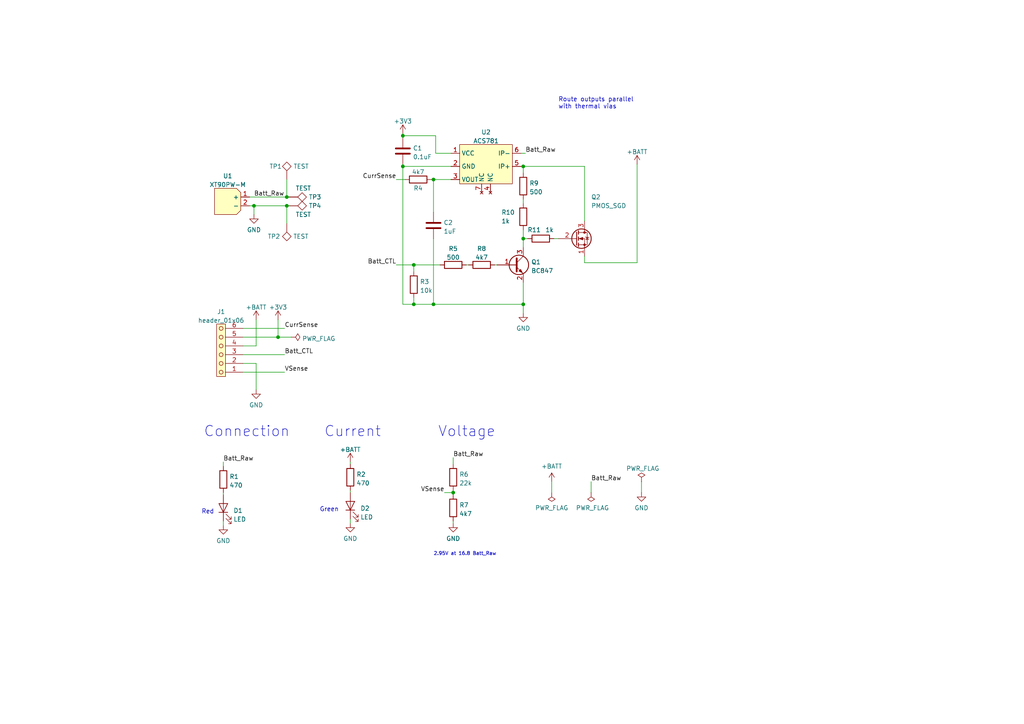
<source format=kicad_sch>
(kicad_sch (version 20230121) (generator eeschema)
  (paper "A4")
  (lib_symbols
    (symbol "0.power-symbols:+3.3V" (power) (pin_names (offset 0))
      (property "Value" "+3.3V" (at 0 3.556 0))
      (symbol "+3.3V_0_1"
        (polyline (pts (xy -0.762 1.27) (xy 0 2.54)))
        (polyline (pts (xy 0 0) (xy 0 2.54)))
        (polyline (pts (xy 0 2.54) (xy 0.762 1.27)))
      )
      (symbol "+3.3V_1_1"
        (pin power_in line (at 0 0 90) (length 0) hide (name "+3V3") (number "1"))
      )
    )
    (symbol "0.power-symbols:+BATT" (power) (pin_names (offset 0))
      (property "Value" "+BATT" (at 0 3.556 0))
      (symbol "+BATT_0_1"
        (polyline (pts (xy -0.762 1.27) (xy 0 2.54)))
        (polyline (pts (xy 0 0) (xy 0 2.54)))
        (polyline (pts (xy 0 2.54) (xy 0.762 1.27)))
      )
      (symbol "+BATT_1_1"
        (pin power_in line (at 0 0 90) (length 0) hide (name "+BATT") (number "1"))
      )
    )
    (symbol "0.power-symbols:GND" (power) (pin_names (offset 0))
      (property "Value" "GND" (at 0 -3.81 0))
      (symbol "GND_0_1"
        (polyline (pts (xy 0 0) (xy 0 -1.27) (xy 1.27 -1.27) (xy 0 -2.54) (xy -1.27 -1.27) (xy 0 -1.27)))
      )
      (symbol "GND_1_1"
        (pin power_in line (at 0 0 270) (length 0) hide (name "GND") (number "1"))
      )
    )
    (symbol "0.power-symbols:PWR_FLAG" (power) (pin_numbers hide) (pin_names (offset 0) hide)
      (property "Value" "PWR_FLAG" (at 0 3.81 0))
      (symbol "PWR_FLAG_0_0"
        (pin power_out line (at 0 0 90) (length 0) (name "pwr") (number "1"))
      )
      (symbol "PWR_FLAG_0_1"
        (polyline (pts (xy 0 0) (xy 0 1.27) (xy -1.016 1.905) (xy 0 2.54) (xy 1.016 1.905) (xy 0 1.27)))
      )
    )
    (symbol "1.semi.discrete:BC847" (pin_names (offset 0) hide)
      (property "Reference" "Q" (at 5.08 1.27 0))
      (property "Value" "BC847" (at 5.08 -1.27 0))
      (symbol "BC847_0_1"
        (polyline (pts (xy 0.635 0.635) (xy 2.54 2.54)))
        (polyline (pts (xy 0.635 -0.635) (xy 2.54 -2.54) (xy 2.54 -2.54)))
        (polyline (pts (xy 0.635 1.905) (xy 0.635 -1.905) (xy 0.635 -1.905)) (stroke (width 0.508)))
        (polyline (pts (xy 1.27 -1.778) (xy 1.778 -1.27) (xy 2.286 -2.286) (xy 1.27 -1.778) (xy 1.27 -1.778)) (fill (type outline)))
        (circle (center 1.27 0) (radius 2.8194) (stroke (width 0.254)))
      )
      (symbol "BC847_1_1"
        (pin input line (at -5.08 0 0) (length 5.715) (name "B") (number "1"))
        (pin passive line (at 2.54 -5.08 90) (length 2.54) (name "E") (number "2"))
        (pin passive line (at 2.54 5.08 270) (length 2.54) (name "C") (number "3"))
      )
    )
    (symbol "1.semi.discrete:Q_NMOS_SGD" (pin_names (offset 0) hide)
      (property "Reference" "Q" (at 5.08 1.27 0))
      (property "Value" "Q_NMOS_SGD" (at 5.08 -1.27 0))
      (symbol "Q_NMOS_SGD_0_1"
        (polyline (pts (xy 0.0508 0) (xy 0.254 0)))
        (polyline (pts (xy 0.762 -1.778) (xy 2.54 -1.778)))
        (polyline (pts (xy 0.762 -1.27) (xy 0.762 -2.286)) (stroke (width 0.254)))
        (polyline (pts (xy 0.762 0) (xy 2.54 0)))
        (polyline (pts (xy 0.762 0.508) (xy 0.762 -0.508)) (stroke (width 0.254)))
        (polyline (pts (xy 0.762 1.778) (xy 2.54 1.778)))
        (polyline (pts (xy 0.762 2.286) (xy 0.762 1.27)) (stroke (width 0.254)))
        (polyline (pts (xy 2.54 -1.778) (xy 2.54 -2.54)))
        (polyline (pts (xy 2.54 -1.778) (xy 2.54 0)))
        (polyline (pts (xy 2.54 2.54) (xy 2.54 1.778)))
        (polyline (pts (xy 0.254 1.905) (xy 0.254 -1.905) (xy 0.254 -1.905)) (stroke (width 0.254)))
        (polyline (pts (xy 1.016 0) (xy 2.032 0.381) (xy 2.032 -0.381) (xy 1.016 0)) (fill (type outline)))
        (polyline (pts (xy 2.54 -1.778) (xy 3.302 -1.778) (xy 3.302 1.778) (xy 2.54 1.778)))
        (polyline (pts (xy 2.794 0.508) (xy 2.921 0.381) (xy 3.683 0.381) (xy 3.81 0.254)))
        (polyline (pts (xy 3.302 0.381) (xy 2.921 -0.254) (xy 3.683 -0.254) (xy 3.302 0.381)))
        (circle (center 1.651 0) (radius 2.8194) (stroke (width 0.254)))
        (circle (center 2.54 -1.778) (radius 0.2794) (fill (type outline)))
        (circle (center 2.54 1.778) (radius 0.2794) (fill (type outline)))
      )
      (symbol "Q_NMOS_SGD_1_1"
        (pin passive line (at 2.54 -5.08 90) (length 2.54) (name "S") (number "1"))
        (pin input line (at -5.08 0 0) (length 5.08) (name "G") (number "2"))
        (pin passive line (at 2.54 5.08 270) (length 2.54) (name "D") (number "3"))
      )
    )
    (symbol "1.semi.ic.sensor:ACS781"
      (property "Reference" "U" (at 0 3.81 0))
      (property "Value" "ACS781" (at 0 1.27 0))
      (symbol "ACS781_0_1"
        (rectangle (start -7.62 0) (end 7.62 -11.43) (fill (type background)))
      )
      (symbol "ACS781_1_1"
        (pin power_in line (at -10.16 -2.54 0) (length 2.54) (name "VCC") (number "1"))
        (pin power_in line (at -10.16 -6.35 0) (length 2.54) (name "GND") (number "2"))
        (pin passive line (at -10.16 -10.16 0) (length 2.54) (name "VOUT") (number "3"))
        (pin no_connect line (at 1.27 -13.97 90) (length 2.54) (name "NC") (number "4"))
        (pin power_out line (at 10.16 -6.35 180) (length 2.54) (name "IP+") (number "5"))
        (pin power_in line (at 10.16 -2.54 180) (length 2.54) (name "IP-") (number "6"))
        (pin no_connect line (at -1.27 -13.97 90) (length 2.54) (name "NC") (number "7"))
      )
    )
    (symbol "1.semi.opto:LED" (pin_numbers hide) (pin_names (offset 1.016) hide)
      (property "Reference" "D" (at 0 2.54 0))
      (property "Value" "LED" (at 0 -2.54 0))
      (symbol "LED_0_1"
        (polyline (pts (xy -1.27 -1.27) (xy -1.27 1.27)) (stroke (width 0.2032)))
        (polyline (pts (xy -1.27 0) (xy 1.27 0)))
        (polyline (pts (xy 1.27 -1.27) (xy 1.27 1.27) (xy -1.27 0) (xy 1.27 -1.27)) (stroke (width 0.2032)))
        (polyline (pts (xy -3.048 -0.762) (xy -4.572 -2.286) (xy -3.81 -2.286) (xy -4.572 -2.286) (xy -4.572 -1.524)))
        (polyline (pts (xy -1.778 -0.762) (xy -3.302 -2.286) (xy -2.54 -2.286) (xy -3.302 -2.286) (xy -3.302 -1.524)))
      )
      (symbol "LED_1_1"
        (pin passive line (at -3.81 0 0) (length 2.54) (name "K") (number "1"))
        (pin passive line (at 3.81 0 180) (length 2.54) (name "A") (number "2"))
      )
    )
    (symbol "2.passive:C" (pin_numbers hide) (pin_names (offset 0.254))
      (property "Reference" "C" (at 0.635 2.54 0))
      (property "Value" "C" (at 0.635 -2.54 0))
      (symbol "C_0_1"
        (polyline (pts (xy -2.032 -0.762) (xy 2.032 -0.762)) (stroke (width 0.508)))
        (polyline (pts (xy -2.032 0.762) (xy 2.032 0.762)) (stroke (width 0.508)))
      )
      (symbol "C_1_1"
        (pin passive line (at 0 3.81 270) (length 2.794) (name "~") (number "1"))
        (pin passive line (at 0 -3.81 90) (length 2.794) (name "~") (number "2"))
      )
    )
    (symbol "2.passive:R" (pin_numbers hide) (pin_names (offset 0))
      (property "Reference" "R" (at 2.032 0 90))
      (property "Value" "R" (at 0 0 90))
      (symbol "R_0_1"
        (rectangle (start -1.016 -2.54) (end 1.016 2.54) (stroke (width 0.254)))
      )
      (symbol "R_1_1"
        (pin passive line (at 0 3.81 270) (length 1.27) (name "~") (number "1"))
        (pin passive line (at 0 -3.81 90) (length 1.27) (name "~") (number "2"))
      )
    )
    (symbol "5.connector.interconnect:TEST" (pin_numbers hide) (pin_names (offset 1.016) hide)
      (property "Reference" "TP" (at 0 7.62 0))
      (property "Value" "TEST" (at 0 6.35 0))
      (symbol "TEST_0_1"
        (polyline (pts (xy 0 5.08) (xy -1.27 3.81) (xy 0 2.54) (xy 1.27 3.81) (xy 0 5.08) (xy 0 5.08)))
      )
      (symbol "TEST_1_1"
        (pin passive line (at 0 0 90) (length 2.54) (name "~") (number "1"))
      )
    )
    (symbol "5.connector.interconnect:XT90PW-M"
      (property "Reference" "U" (at 0 3.81 0))
      (property "Value" "XT90PW-M" (at 0 1.27 0))
      (symbol "XT90PW-M_0_1"
        (polyline (pts (xy 0 0) (xy 1.27 -1.27) (xy 1.27 -6.35) (xy 0 -7.62) (xy -6.35 -7.62) (xy -6.35 0) (xy 0 0)) (fill (type background)))
      )
      (symbol "XT90PW-M_1_1"
        (pin passive line (at 3.81 -2.54 180) (length 2.54) (name "+") (number "1"))
        (pin passive line (at 3.81 -5.08 180) (length 2.54) (name "-") (number "2"))
      )
    )
    (symbol "5.connector.interconnect:header_01x06" (pin_names (offset 1.016))
      (property "Reference" "J" (at 0 8.89 0))
      (property "Value" "header_01x06" (at 0 -8.89 0))
      (symbol "header_01x06_0_1"
        (circle (center 0 -6.35) (radius 0.5588))
        (circle (center 0 -3.81) (radius 0.5588))
        (circle (center 0 -1.27) (radius 0.5588))
        (circle (center 0 1.27) (radius 0.5588))
        (circle (center 0 3.81) (radius 0.5588))
        (circle (center 0 6.35) (radius 0.5588))
        (rectangle (start 1.27 -7.62) (end -1.27 7.62) (fill (type background)))
      )
      (symbol "header_01x06_1_1"
        (pin passive line (at -6.35 6.35 0) (length 5.08) (name "~") (number "1"))
        (pin passive line (at -6.35 3.81 0) (length 5.08) (name "~") (number "2"))
        (pin passive line (at -6.35 1.27 0) (length 5.08) (name "~") (number "3"))
        (pin passive line (at -6.35 -1.27 0) (length 5.08) (name "~") (number "4"))
        (pin passive line (at -6.35 -3.81 0) (length 5.08) (name "~") (number "5"))
        (pin passive line (at -6.35 -6.35 0) (length 5.08) (name "~") (number "6"))
      )
    )
  )
  (junction (at 125.73 88.265))
  (junction (at 73.66 59.69))
  (junction (at 151.765 88.265))
  (junction (at 83.185 59.69))
  (junction (at 120.015 88.265))
  (junction (at 116.84 48.26))
  (junction (at 151.765 48.26))
  (junction (at 131.445 142.875))
  (junction (at 83.185 57.15))
  (junction (at 151.765 69.215))
  (junction (at 116.84 39.37))
  (junction (at 120.015 76.835))
  (junction (at 80.645 97.79))
  (junction (at 125.73 52.07))
  (wire (pts (xy 120.015 88.265) (xy 125.73 88.265)))
  (wire (pts (xy 151.13 48.26) (xy 151.765 48.26)))
  (wire (pts (xy 73.66 62.23) (xy 73.66 59.69)))
  (wire (pts (xy 101.6 150.495) (xy 101.6 151.765)))
  (wire (pts (xy 126.365 39.37) (xy 116.84 39.37)))
  (wire (pts (xy 151.13 44.45) (xy 152.4 44.45)))
  (wire (pts (xy 83.185 59.69) (xy 83.82 59.69)))
  (wire (pts (xy 116.84 47.625) (xy 116.84 48.26)))
  (wire (pts (xy 160.02 139.7) (xy 160.02 142.875)))
  (wire (pts (xy 126.365 44.45) (xy 130.81 44.45)))
  (wire (pts (xy 160.655 69.215) (xy 161.925 69.215)))
  (wire (pts (xy 101.6 134.62) (xy 101.6 133.985)))
  (wire (pts (xy 171.45 139.7) (xy 171.45 142.875)))
  (wire (pts (xy 125.73 52.07) (xy 130.81 52.07)))
  (wire (pts (xy 120.015 76.835) (xy 127.635 76.835)))
  (wire (pts (xy 169.545 76.2) (xy 184.785 76.2)))
  (wire (pts (xy 128.905 142.875) (xy 131.445 142.875)))
  (wire (pts (xy 125.73 69.215) (xy 125.73 88.265)))
  (wire (pts (xy 83.185 57.15) (xy 83.82 57.15)))
  (wire (pts (xy 70.485 102.87) (xy 82.55 102.87)))
  (wire (pts (xy 83.185 59.69) (xy 83.185 64.77)))
  (wire (pts (xy 131.445 132.715) (xy 131.445 134.62)))
  (wire (pts (xy 64.77 142.875) (xy 64.77 143.51)))
  (wire (pts (xy 125.73 88.265) (xy 151.765 88.265)))
  (wire (pts (xy 131.445 151.13) (xy 131.445 151.765)))
  (wire (pts (xy 64.77 135.255) (xy 64.77 133.985)))
  (wire (pts (xy 70.485 107.95) (xy 82.55 107.95)))
  (wire (pts (xy 151.765 48.26) (xy 151.765 50.165)))
  (wire (pts (xy 74.295 92.71) (xy 74.295 100.33)))
  (wire (pts (xy 114.935 52.07) (xy 117.475 52.07)))
  (wire (pts (xy 131.445 142.875) (xy 131.445 143.51)))
  (wire (pts (xy 73.66 59.69) (xy 83.185 59.69)))
  (wire (pts (xy 101.6 142.24) (xy 101.6 142.875)))
  (wire (pts (xy 80.645 92.71) (xy 80.645 97.79)))
  (wire (pts (xy 125.73 52.07) (xy 125.73 61.595)))
  (wire (pts (xy 169.545 76.2) (xy 169.545 74.295)))
  (wire (pts (xy 135.255 76.835) (xy 135.89 76.835)))
  (wire (pts (xy 126.365 39.37) (xy 126.365 44.45)))
  (wire (pts (xy 74.295 100.33) (xy 70.485 100.33)))
  (wire (pts (xy 116.84 48.26) (xy 116.84 88.265)))
  (wire (pts (xy 151.765 81.915) (xy 151.765 88.265)))
  (wire (pts (xy 64.77 151.13) (xy 64.77 152.4)))
  (wire (pts (xy 116.84 38.735) (xy 116.84 39.37)))
  (wire (pts (xy 125.095 52.07) (xy 125.73 52.07)))
  (wire (pts (xy 186.055 139.7) (xy 186.055 142.875)))
  (wire (pts (xy 116.84 88.265) (xy 120.015 88.265)))
  (wire (pts (xy 151.765 57.785) (xy 151.765 59.055)))
  (wire (pts (xy 114.935 76.835) (xy 120.015 76.835)))
  (wire (pts (xy 74.295 105.41) (xy 74.295 113.03)))
  (wire (pts (xy 120.015 76.835) (xy 120.015 78.74)))
  (wire (pts (xy 80.645 97.79) (xy 70.485 97.79)))
  (wire (pts (xy 143.51 76.835) (xy 144.145 76.835)))
  (wire (pts (xy 151.765 48.26) (xy 169.545 48.26)))
  (wire (pts (xy 169.545 64.135) (xy 169.545 48.26)))
  (wire (pts (xy 184.785 76.2) (xy 184.785 47.625)))
  (wire (pts (xy 70.485 95.25) (xy 82.55 95.25)))
  (wire (pts (xy 72.39 57.15) (xy 83.185 57.15)))
  (wire (pts (xy 120.015 86.36) (xy 120.015 88.265)))
  (wire (pts (xy 151.765 66.675) (xy 151.765 69.215)))
  (wire (pts (xy 151.765 69.215) (xy 153.035 69.215)))
  (wire (pts (xy 80.645 97.79) (xy 84.455 97.79)))
  (wire (pts (xy 70.485 105.41) (xy 74.295 105.41)))
  (wire (pts (xy 83.185 52.07) (xy 83.185 57.15)))
  (wire (pts (xy 131.445 142.24) (xy 131.445 142.875)))
  (wire (pts (xy 73.66 59.69) (xy 72.39 59.69)))
  (wire (pts (xy 151.765 88.265) (xy 151.765 90.805)))
  (wire (pts (xy 151.765 69.215) (xy 151.765 71.755)))
  (wire (pts (xy 116.84 48.26) (xy 130.81 48.26)))
  (wire (pts (xy 116.84 39.37) (xy 116.84 40.005)))
  (text "2.95V at 16.8 Batt_Raw" (at 125.73 161.29 0) (effects (font (size 1 1)) (justify left bottom)))
  (text "Red" (at 58.42 149.225 0) (effects (font (size 1.27 1.27)) (justify left bottom)))
  (text "Current" (at 93.98 127 0) (effects (font (size 3 3)) (justify left bottom)))
  (text "Route outputs parallel\nwith thermal vias" (at 161.925 31.75 0) (effects (font (size 1.27 1.27)) (justify left bottom)))
  (text "Connection\n" (at 59.055 127 0) (effects (font (size 3 3)) (justify left bottom)))
  (text "Green\n" (at 92.71 148.59 0) (effects (font (size 1.27 1.27)) (justify left bottom)))
  (text "Voltage\n" (at 127 127 0) (effects (font (size 3 3)) (justify left bottom)))
  (label "Batt_CTL" (at 82.55 102.87 0))
  (label "Batt_Raw" (at 152.4 44.45 0))
  (label "CurrSense" (at 82.55 95.25 0))
  (label "Batt_Raw" (at 131.445 132.715 0))
  (label "Batt_Raw" (at 64.77 133.985 0))
  (label "VSense" (at 128.905 142.875 180))
  (label "Batt_CTL" (at 114.935 76.835 180))
  (label "Batt_Raw" (at 171.45 139.7 0))
  (label "Batt_Raw" (at 73.66 57.15 0))
  (label "CurrSense" (at 114.935 52.07 180))
  (label "VSense" (at 82.55 107.95 0))
  (symbol (lib_id "2.passive:C") (at 125.73 65.405 180) (unit 1)
    (property "Reference" "C2" (at 128.651 64.5703 0) (effects (justify right)))
    (property "Value" "1uF" (at 128.651 67.1072 0) (effects (justify right)))
    (property "Footprint" "2_Passives_Capacitors_SMD_IPC:C_1608_603_B" (effects hide))
  )
  (symbol (lib_id "5.connector.interconnect:TEST") (at 83.82 59.69 270) (unit 1)
    (property "Reference" "TP4" (at 89.535 59.69 90) (effects (justify left)))
    (property "Value" "TEST" (at 85.725 62.23 90) (effects (justify left)))
    (property "Footprint" "0_misc:test_point_5mm_square" (effects hide))
  )
  (symbol (lib_id "0.power-symbols:+BATT") (at 160.02 139.7 0) (unit 1)
    (property "Reference" "#PWR013" (effects hide))
    (property "Value" "+BATT" (at 160.02 135.255 0))
  )
  (symbol (lib_id "2.passive:R") (at 139.7 76.835 270) (unit 1)
    (property "Reference" "R8" (at 139.7 72.1192 90))
    (property "Value" "4k7" (at 139.7 74.6561 90))
    (property "Footprint" "2_Passives_Resistors_SMD_IPC:R_1608_603_B" (effects hide))
  )
  (symbol (lib_id "0.power-symbols:+3.3V") (at 116.84 38.735 0) (unit 1)
    (property "Reference" "#PWR05" (effects hide))
    (property "Value" "+3.3V" (at 116.84 35.1592 0))
  )
  (symbol (lib_id "0.power-symbols:PWR_FLAG") (at 84.455 97.79 270) (unit 1)
    (property "Reference" "#FLG03" (effects hide))
    (property "Value" "PWR_FLAG" (at 87.63 98.2238 90) (effects (justify left)))
  )
  (symbol (lib_id "1.semi.discrete:Q_NMOS_SGD") (at 167.005 69.215 0) (unit 1)
    (property "Reference" "Q2" (at 171.45 57.1531 0) (effects (justify left)))
    (property "Value" "PMOS_SGD" (at 171.45 59.69 0) (effects (justify left)))
    (property "Footprint" "1_Semi_TO_SOT:VDFN-8" (effects hide))
    (property "Datasheet" "https://www.ti.com/lit/ds/symlink/csd25404q3.pdf?HQS=dis-dk-null-digikeymode-dsf-pf-null-wwe&ts=1673399419393&ref_url=https%253A%252F%252Fwww.ti.com%252Fgeneral%252Fdocs%252Fsuppproductinfo.tsp%253FdistId%253D10%2526gotoUrl%253Dhttps%253A%252F%252Fwww.ti.com%252Flit%252Fgpn%252Fcsd25404q3" (effects hide))
  )
  (symbol (lib_id "2.passive:R") (at 120.015 82.55 180) (unit 1)
    (property "Reference" "R3" (at 121.793 81.7153 0) (effects (justify right)))
    (property "Value" "10k" (at 121.793 84.2522 0) (effects (justify right)))
    (property "Footprint" "2_Passives_Resistors_SMD_IPC:R_1608_603_B" (effects hide))
  )
  (symbol (lib_id "1.semi.opto:LED") (at 101.6 146.685 90) (unit 1)
    (property "Reference" "D2" (at 104.521 147.4505 90) (effects (justify right)))
    (property "Value" "LED" (at 104.521 149.9874 90) (effects (justify right)))
    (property "Footprint" "2_Passives_Resistors_SMD_IPC:R_1608_603_B" (effects hide))
  )
  (symbol (lib_id "2.passive:R") (at 131.445 147.32 0) (unit 1)
    (property "Reference" "R7" (at 133.223 146.4853 0) (effects (justify left)))
    (property "Value" "4k7" (at 133.223 149.0222 0) (effects (justify left)))
    (property "Footprint" "2_Passives_Resistors_SMD_IPC:R_1608_603_B" (effects hide))
  )
  (symbol (lib_id "0.power-symbols:+BATT") (at 74.295 92.71 0) (unit 1)
    (property "Reference" "#PWR011" (effects hide))
    (property "Value" "+BATT" (at 74.295 89.1342 0))
  )
  (symbol (lib_id "2.passive:C") (at 116.84 43.815 180) (unit 1)
    (property "Reference" "C1" (at 119.761 42.9803 0) (effects (justify right)))
    (property "Value" "0.1uF" (at 119.761 45.5172 0) (effects (justify right)))
    (property "Footprint" "2_Passives_Capacitors_SMD_IPC:C_1608_603_B" (effects hide))
  )
  (symbol (lib_id "2.passive:R") (at 101.6 138.43 0) (unit 1)
    (property "Reference" "R2" (at 103.378 137.5953 0) (effects (justify left)))
    (property "Value" "470" (at 103.378 140.1322 0) (effects (justify left)))
    (property "Footprint" "2_Passives_Resistors_SMD_IPC:R_1608_603_B" (effects hide))
  )
  (symbol (lib_id "2.passive:R") (at 131.445 138.43 0) (unit 1)
    (property "Reference" "R6" (at 133.223 137.5953 0) (effects (justify left)))
    (property "Value" "22k" (at 133.223 140.1322 0) (effects (justify left)))
    (property "Footprint" "2_Passives_Resistors_SMD_IPC:R_1608_603_B" (effects hide))
  )
  (symbol (lib_id "2.passive:R") (at 151.765 53.975 180) (unit 1)
    (property "Reference" "R9" (at 153.543 53.1403 0) (effects (justify right)))
    (property "Value" "500" (at 153.543 55.6772 0) (effects (justify right)))
    (property "Footprint" "2_Passives_Resistors_SMD_IPC:R_2012_805_B" (effects hide))
  )
  (symbol (lib_id "0.power-symbols:PWR_FLAG") (at 186.055 139.7 0) (unit 1)
    (property "Reference" "#FLG0102" (effects hide))
    (property "Value" "PWR_FLAG" (at 181.61 135.89 0) (effects (justify left)))
  )
  (symbol (lib_id "0.power-symbols:GND") (at 186.055 142.875 0) (unit 1)
    (property "Reference" "#PWR0102" (effects hide))
    (property "Value" "GND" (at 186.055 147.3184 0))
  )
  (symbol (lib_id "0.power-symbols:GND") (at 151.765 90.805 0) (unit 1)
    (property "Reference" "#PWR0101" (effects hide))
    (property "Value" "GND" (at 151.765 95.2484 0))
  )
  (symbol (lib_id "2.passive:R") (at 156.845 69.215 270) (unit 1)
    (property "Reference" "R11" (at 154.94 66.675 90))
    (property "Value" "1k" (at 159.385 66.675 90))
    (property "Footprint" "2_Passives_Resistors_SMD_IPC:R_1608_603_B" (effects hide))
  )
  (symbol (lib_id "2.passive:R") (at 64.77 139.065 0) (unit 1)
    (property "Reference" "R1" (at 66.548 138.2303 0) (effects (justify left)))
    (property "Value" "470" (at 66.548 140.7672 0) (effects (justify left)))
    (property "Footprint" "2_Passives_Resistors_SMD_IPC:R_1608_603_B" (effects hide))
  )
  (symbol (lib_id "5.connector.interconnect:TEST") (at 83.185 64.77 180) (unit 1)
    (property "Reference" "TP2" (at 81.28 68.58 0) (effects (justify left)))
    (property "Value" "TEST" (at 89.535 68.58 0) (effects (justify left)))
    (property "Footprint" "0_misc:test_point_5mm_square" (effects hide))
  )
  (symbol (lib_id "0.power-symbols:+BATT") (at 184.785 47.625 0) (unit 1)
    (property "Reference" "#PWR07" (effects hide))
    (property "Value" "+BATT" (at 184.785 44.0492 0))
  )
  (symbol (lib_id "0.power-symbols:GND") (at 131.445 151.765 0) (unit 1)
    (property "Reference" "#PWR06" (effects hide))
    (property "Value" "GND" (at 131.445 156.2084 0))
  )
  (symbol (lib_id "2.passive:R") (at 131.445 76.835 90) (unit 1)
    (property "Reference" "R5" (at 131.445 72.1192 90))
    (property "Value" "500" (at 131.445 74.6561 90))
    (property "Footprint" "2_Passives_Resistors_SMD_IPC:R_2012_805_B" (effects hide))
  )
  (symbol (lib_id "0.power-symbols:GND") (at 101.6 151.765 0) (unit 1)
    (property "Reference" "#PWR04" (effects hide))
    (property "Value" "GND" (at 101.6 156.2084 0))
  )
  (symbol (lib_id "0.power-symbols:PWR_FLAG") (at 171.45 142.875 180) (unit 1)
    (property "Reference" "#FLG0101" (effects hide))
    (property "Value" "PWR_FLAG" (at 167.005 147.32 0) (effects (justify right)))
  )
  (symbol (lib_id "2.passive:R") (at 121.285 52.07 90) (unit 1)
    (property "Reference" "R4" (at 121.285 54.61 90))
    (property "Value" "4k7" (at 121.285 49.8911 90))
    (property "Footprint" "2_Passives_Resistors_SMD_IPC:R_1608_603_B" (effects hide))
  )
  (symbol (lib_id "5.connector.interconnect:XT90PW-M") (at 68.58 54.61 0) (unit 1)
    (property "Reference" "U1" (at 66.04 51.0372 0))
    (property "Value" "XT90PW-M" (at 66.04 53.5741 0))
    (property "Footprint" "5_Connectors_AMASS:AMASS_XT90PW-M_Horizontal" (effects hide))
  )
  (symbol (lib_id "1.semi.opto:LED") (at 64.77 147.32 90) (unit 1)
    (property "Reference" "D1" (at 67.691 148.0855 90) (effects (justify right)))
    (property "Value" "LED" (at 67.691 150.6224 90) (effects (justify right)))
    (property "Footprint" "2_Passives_Resistors_SMD_IPC:R_1608_603_B" (effects hide))
  )
  (symbol (lib_id "5.connector.interconnect:header_01x06") (at 64.135 101.6 180) (unit 1)
    (property "Reference" "J1" (at 64.135 90.4072 0))
    (property "Value" "header_01x06" (at 64.135 92.9441 0))
    (property "Footprint" "5_Connectors_misc:header_01x06_pitch2.54_tht" (effects hide))
  )
  (symbol (lib_id "0.power-symbols:+BATT") (at 101.6 133.985 0) (unit 1)
    (property "Reference" "#PWR03" (effects hide))
    (property "Value" "+BATT" (at 101.6 130.4092 0))
  )
  (symbol (lib_id "1.semi.ic.sensor:ACS781") (at 140.97 41.91 0) (unit 1)
    (property "Reference" "U2" (at 140.97 38.3372 0))
    (property "Value" "ACS781" (at 140.97 40.8741 0))
    (property "Footprint" "1_Semi_TO_SOT:7-LR-PSOF" (effects hide))
    (property "Datasheet" "https://rocelec.widen.net/view/pdf/nuv8qlrbe8/ALLE-S-A0007769245-1.pdf?t.download=true&u=5oefqw" (effects hide))
  )
  (symbol (lib_id "0.power-symbols:GND") (at 74.295 113.03 0) (unit 1)
    (property "Reference" "#PWR012" (effects hide))
    (property "Value" "GND" (at 74.295 117.4734 0))
  )
  (symbol (lib_id "0.power-symbols:GND") (at 64.77 152.4 0) (unit 1)
    (property "Reference" "#PWR01" (effects hide))
    (property "Value" "GND" (at 64.77 156.8434 0))
  )
  (symbol (lib_id "5.connector.interconnect:TEST") (at 83.82 57.15 270) (unit 1)
    (property "Reference" "TP3" (at 89.535 57.15 90) (effects (justify left)))
    (property "Value" "TEST" (at 85.725 54.61 90) (effects (justify left)))
    (property "Footprint" "0_misc:test_point_5mm_square" (effects hide))
  )
  (symbol (lib_id "1.semi.discrete:BC847") (at 149.225 76.835 0) (unit 1)
    (property "Reference" "Q1" (at 154.0764 76.0003 0) (effects (justify left)))
    (property "Value" "BC847" (at 154.0764 78.5372 0) (effects (justify left)))
    (property "Footprint" "1_Semi_TO_SOT:SOT-23" (effects hide))
    (property "PN" "400,000,003" (effects hide))
  )
  (symbol (lib_id "0.power-symbols:GND") (at 73.66 62.23 0) (unit 1)
    (property "Reference" "#PWR02" (effects hide))
    (property "Value" "GND" (at 73.66 66.6734 0))
  )
  (symbol (lib_id "2.passive:R") (at 151.765 62.865 180) (unit 1)
    (property "Reference" "R10" (at 145.415 61.5981 0) (effects (justify right)))
    (property "Value" "1k" (at 145.415 64.135 0) (effects (justify right)))
    (property "Footprint" "2_Passives_Resistors_SMD_IPC:R_1608_603_B" (effects hide))
  )
  (symbol (lib_id "5.connector.interconnect:TEST") (at 83.185 52.07 0) (unit 1)
    (property "Reference" "TP1" (at 78.105 48.26 0) (effects (justify left)))
    (property "Value" "TEST" (at 85.09 48.26 0) (effects (justify left)))
    (property "Footprint" "0_misc:test_point_5mm_square" (effects hide))
  )
  (symbol (lib_id "0.power-symbols:PWR_FLAG") (at 160.02 142.875 180) (unit 1)
    (property "Reference" "#FLG02" (effects hide))
    (property "Value" "PWR_FLAG" (at 160.02 147.3184 0))
  )
  (symbol (lib_id "0.power-symbols:+3.3V") (at 80.645 92.71 0) (unit 1)
    (property "Reference" "#PWR014" (effects hide))
    (property "Value" "+3.3V" (at 80.645 89.1342 0))
  )
)
</source>
